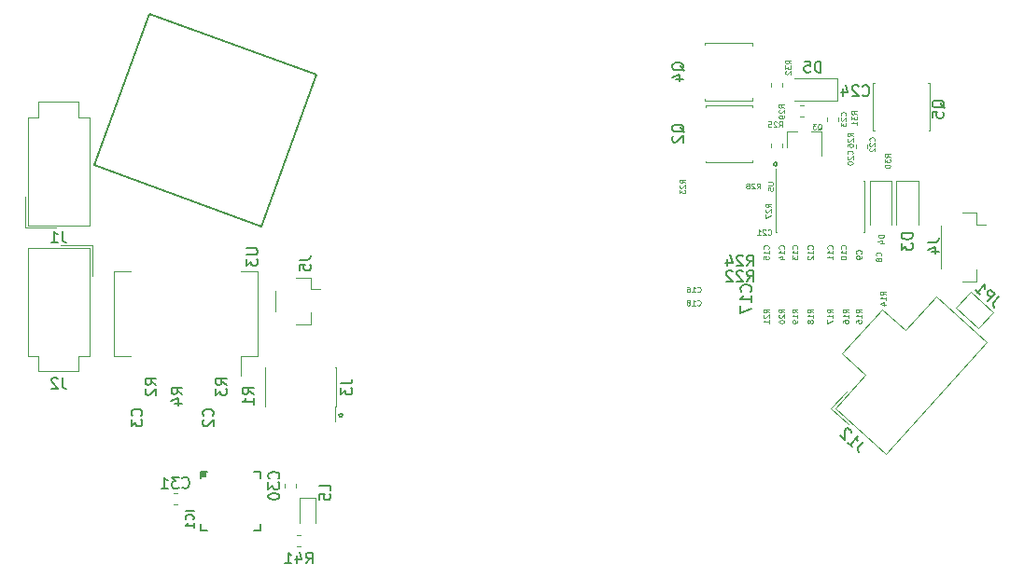
<source format=gbo>
G04 #@! TF.GenerationSoftware,KiCad,Pcbnew,6.0.0-unknown-becd6a6~86~ubuntu18.04.1*
G04 #@! TF.CreationDate,2019-07-08T11:58:21-06:00*
G04 #@! TF.ProjectId,main_board_onion,6d61696e-5f62-46f6-9172-645f6f6e696f,rev?*
G04 #@! TF.SameCoordinates,Original*
G04 #@! TF.FileFunction,Legend,Bot*
G04 #@! TF.FilePolarity,Positive*
%FSLAX46Y46*%
G04 Gerber Fmt 4.6, Leading zero omitted, Abs format (unit mm)*
G04 Created by KiCad (PCBNEW 6.0.0-unknown-becd6a6~86~ubuntu18.04.1) date 2019-07-08 11:58:21*
%MOMM*%
%LPD*%
G04 APERTURE LIST*
%ADD10C,0.150000*%
%ADD11C,0.120000*%
%ADD12C,0.100000*%
%ADD13C,0.127000*%
%ADD14C,0.125000*%
%ADD15C,0.138988*%
G04 APERTURE END LIST*
D10*
X173200000Y-83052380D02*
X173295238Y-83100000D01*
X173342857Y-83195238D01*
X173295238Y-83290476D01*
X173200000Y-83338095D01*
X173104761Y-83290476D01*
X173057142Y-83195238D01*
X173104761Y-83100000D01*
X173200000Y-83052380D01*
X133800000Y-105852380D02*
X133895238Y-105900000D01*
X133942857Y-105995238D01*
X133895238Y-106090476D01*
X133800000Y-106138095D01*
X133704761Y-106090476D01*
X133657142Y-105995238D01*
X133704761Y-105900000D01*
X133800000Y-105852380D01*
D11*
X126960000Y-101685000D02*
X126895000Y-101685000D01*
X126960000Y-105215000D02*
X126895000Y-105215000D01*
X133365000Y-101685000D02*
X133300000Y-101685000D01*
X133365000Y-105215000D02*
X133300000Y-105215000D01*
X133300000Y-106540000D02*
X133300000Y-105215000D01*
X126895000Y-105215000D02*
X126895000Y-101685000D01*
X133365000Y-105215000D02*
X133365000Y-101685000D01*
X130162779Y-116890000D02*
X129837221Y-116890000D01*
X130162779Y-117910000D02*
X129837221Y-117910000D01*
X130065000Y-115800000D02*
X130065000Y-113515000D01*
X130065000Y-113515000D02*
X131535000Y-113515000D01*
X131535000Y-113515000D02*
X131535000Y-115800000D01*
X118950279Y-113090000D02*
X118624721Y-113090000D01*
X118950279Y-114110000D02*
X118624721Y-114110000D01*
X128690000Y-112237221D02*
X128690000Y-112562779D01*
X129710000Y-112237221D02*
X129710000Y-112562779D01*
X129760000Y-93490000D02*
X131060000Y-93490000D01*
X131060000Y-93490000D02*
X131060000Y-94540000D01*
X131060000Y-94540000D02*
X131900000Y-94540000D01*
X129760000Y-97710000D02*
X131060000Y-97710000D01*
X131060000Y-97710000D02*
X131060000Y-96660000D01*
X127840000Y-94660000D02*
X127840000Y-96540000D01*
X190160000Y-87600000D02*
X191460000Y-87600000D01*
X191460000Y-87600000D02*
X191460000Y-88650000D01*
X191460000Y-88650000D02*
X192300000Y-88650000D01*
X190160000Y-93820000D02*
X191460000Y-93820000D01*
X191460000Y-93820000D02*
X191460000Y-92770000D01*
X188240000Y-88770000D02*
X188240000Y-92650000D01*
D12*
G36*
X121600000Y-111100000D02*
G01*
X121600000Y-111600000D01*
X121100000Y-111600000D01*
X121100000Y-111100000D01*
X121600000Y-111100000D01*
G37*
D13*
X126500000Y-116500000D02*
X126500000Y-115900000D01*
X125900000Y-116500000D02*
X126500000Y-116500000D01*
X126500000Y-111100000D02*
X126500000Y-111700000D01*
X125900000Y-111100000D02*
X126500000Y-111100000D01*
X121100000Y-116500000D02*
X121700000Y-116500000D01*
X121100000Y-115900000D02*
X121100000Y-116500000D01*
X121100000Y-111100000D02*
X121700000Y-111100000D01*
X121100000Y-111700000D02*
X121100000Y-111100000D01*
D10*
X131571073Y-75097762D02*
X126577579Y-88817274D01*
X126577579Y-88817274D02*
X111448527Y-83310750D01*
X111448527Y-83310750D02*
X116442021Y-69591238D01*
X116442021Y-69591238D02*
X131571073Y-75097762D01*
D11*
X173225000Y-89325000D02*
X173332500Y-89325000D01*
X181275000Y-89325000D02*
X181167500Y-89325000D01*
X181275000Y-84675000D02*
X181167500Y-84675000D01*
X173225000Y-83600000D02*
X173225000Y-89325000D01*
X181275000Y-84675000D02*
X181275000Y-89325000D01*
X113240000Y-96750000D02*
X113240000Y-92890000D01*
X113240000Y-92890000D02*
X114745000Y-92890000D01*
X113240000Y-96750000D02*
X113240000Y-100610000D01*
X113240000Y-100610000D02*
X114745000Y-100610000D01*
X126260000Y-96750000D02*
X126260000Y-92890000D01*
X126260000Y-92890000D02*
X124755000Y-92890000D01*
X126260000Y-96750000D02*
X126260000Y-100610000D01*
X126260000Y-100610000D02*
X124755000Y-100610000D01*
X124755000Y-100610000D02*
X124755000Y-102425000D01*
X172790000Y-75849721D02*
X172790000Y-76175279D01*
X173810000Y-75849721D02*
X173810000Y-76175279D01*
X175762779Y-78910000D02*
X175437221Y-78910000D01*
X175762779Y-77890000D02*
X175437221Y-77890000D01*
X172790000Y-81675279D02*
X172790000Y-81349721D01*
X173810000Y-81675279D02*
X173810000Y-81349721D01*
X187050000Y-75850000D02*
X187250000Y-75850000D01*
X187250000Y-75850000D02*
X187250000Y-80150000D01*
X187250000Y-80150000D02*
X187100000Y-80150000D01*
X182200000Y-80150000D02*
X182050000Y-80150000D01*
X182050000Y-80150000D02*
X182050000Y-75850000D01*
X182050000Y-75850000D02*
X182250000Y-75850000D01*
X171115000Y-77200000D02*
X171115000Y-77400000D01*
X171115000Y-77400000D02*
X166815000Y-77400000D01*
X166815000Y-77400000D02*
X166815000Y-77250000D01*
X166815000Y-72350000D02*
X166815000Y-72200000D01*
X166815000Y-72200000D02*
X171115000Y-72200000D01*
X171115000Y-72200000D02*
X171115000Y-72400000D01*
X174220000Y-80240000D02*
X174220000Y-81700000D01*
X177380000Y-80240000D02*
X177380000Y-82400000D01*
X177380000Y-80240000D02*
X176450000Y-80240000D01*
X174220000Y-80240000D02*
X175150000Y-80240000D01*
X171150000Y-82850000D02*
X171150000Y-83050000D01*
X171150000Y-83050000D02*
X166850000Y-83050000D01*
X166850000Y-83050000D02*
X166850000Y-82900000D01*
X166850000Y-78000000D02*
X166850000Y-77850000D01*
X166850000Y-77850000D02*
X171150000Y-77850000D01*
X171150000Y-77850000D02*
X171150000Y-78050000D01*
X192992577Y-96628573D02*
X190911772Y-94755007D01*
X190911772Y-94755007D02*
X189573511Y-96241297D01*
X189573511Y-96241297D02*
X191654316Y-98114863D01*
X191654316Y-98114863D02*
X192992577Y-96628573D01*
X187828333Y-104444994D02*
X183258171Y-109520673D01*
X183258171Y-109520673D02*
X178650673Y-105372063D01*
X178650673Y-105372063D02*
X181407491Y-102310307D01*
X181407491Y-102310307D02*
X179282097Y-100396593D01*
X179282097Y-100396593D02*
X181095441Y-98382671D01*
X187828333Y-104444994D02*
X192398495Y-99369315D01*
X192398495Y-99369315D02*
X187790997Y-95220705D01*
X187790997Y-95220705D02*
X185034179Y-98282462D01*
X185034179Y-98282462D02*
X182908785Y-96368748D01*
X182908785Y-96368748D02*
X181095441Y-98382671D01*
X179824752Y-106832898D02*
X178226990Y-105394268D01*
X178226990Y-105394268D02*
X179652239Y-103811369D01*
X105154000Y-88976000D02*
X105154000Y-86126000D01*
X108004000Y-88976000D02*
X105154000Y-88976000D01*
X110014000Y-77516000D02*
X108204000Y-77516000D01*
X110014000Y-78916000D02*
X110014000Y-77516000D01*
X111014000Y-78916000D02*
X110014000Y-78916000D01*
X111014000Y-88736000D02*
X111014000Y-78916000D01*
X108204000Y-88736000D02*
X111014000Y-88736000D01*
X106394000Y-77516000D02*
X108204000Y-77516000D01*
X106394000Y-78916000D02*
X106394000Y-77516000D01*
X105394000Y-78916000D02*
X106394000Y-78916000D01*
X105394000Y-88736000D02*
X105394000Y-78916000D01*
X108204000Y-88736000D02*
X105394000Y-88736000D01*
X178850000Y-75400000D02*
X174950000Y-75400000D01*
X178850000Y-77400000D02*
X174950000Y-77400000D01*
X178850000Y-75400000D02*
X178850000Y-77400000D01*
X181750000Y-84750000D02*
X181750000Y-88650000D01*
X183750000Y-84750000D02*
X183750000Y-88650000D01*
X181750000Y-84750000D02*
X183750000Y-84750000D01*
X184200000Y-84750000D02*
X184200000Y-88650000D01*
X186200000Y-84750000D02*
X186200000Y-88650000D01*
X184200000Y-84750000D02*
X186200000Y-84750000D01*
X108204000Y-90772400D02*
X111014000Y-90772400D01*
X111014000Y-90772400D02*
X111014000Y-100592400D01*
X111014000Y-100592400D02*
X110014000Y-100592400D01*
X110014000Y-100592400D02*
X110014000Y-101992400D01*
X110014000Y-101992400D02*
X108204000Y-101992400D01*
X108204000Y-90772400D02*
X105394000Y-90772400D01*
X105394000Y-90772400D02*
X105394000Y-100592400D01*
X105394000Y-100592400D02*
X106394000Y-100592400D01*
X106394000Y-100592400D02*
X106394000Y-101992400D01*
X106394000Y-101992400D02*
X108204000Y-101992400D01*
X108404000Y-90532400D02*
X111254000Y-90532400D01*
X111254000Y-90532400D02*
X111254000Y-93382400D01*
X180490000Y-81762779D02*
X180490000Y-81437221D01*
X181510000Y-81762779D02*
X181510000Y-81437221D01*
X177890000Y-79275279D02*
X177890000Y-78949721D01*
X178910000Y-79275279D02*
X178910000Y-78949721D01*
D10*
X133817380Y-103116666D02*
X134531666Y-103116666D01*
X134674523Y-103069047D01*
X134769761Y-102973809D01*
X134817380Y-102830952D01*
X134817380Y-102735714D01*
X133817380Y-103497619D02*
X133817380Y-104116666D01*
X134198333Y-103783333D01*
X134198333Y-103926190D01*
X134245952Y-104021428D01*
X134293571Y-104069047D01*
X134388809Y-104116666D01*
X134626904Y-104116666D01*
X134722142Y-104069047D01*
X134769761Y-104021428D01*
X134817380Y-103926190D01*
X134817380Y-103640476D01*
X134769761Y-103545238D01*
X134722142Y-103497619D01*
D14*
X180626190Y-78678571D02*
X180388095Y-78511904D01*
X180626190Y-78392857D02*
X180126190Y-78392857D01*
X180126190Y-78583333D01*
X180150000Y-78630952D01*
X180173809Y-78654761D01*
X180221428Y-78678571D01*
X180292857Y-78678571D01*
X180340476Y-78654761D01*
X180364285Y-78630952D01*
X180388095Y-78583333D01*
X180388095Y-78392857D01*
X180126190Y-78845238D02*
X180126190Y-79154761D01*
X180316666Y-78988095D01*
X180316666Y-79059523D01*
X180340476Y-79107142D01*
X180364285Y-79130952D01*
X180411904Y-79154761D01*
X180530952Y-79154761D01*
X180578571Y-79130952D01*
X180602380Y-79107142D01*
X180626190Y-79059523D01*
X180626190Y-78916666D01*
X180602380Y-78869047D01*
X180578571Y-78845238D01*
X180626190Y-79630952D02*
X180626190Y-79345238D01*
X180626190Y-79488095D02*
X180126190Y-79488095D01*
X180197619Y-79440476D01*
X180245238Y-79392857D01*
X180269047Y-79345238D01*
X183626190Y-82563571D02*
X183388095Y-82396904D01*
X183626190Y-82277857D02*
X183126190Y-82277857D01*
X183126190Y-82468333D01*
X183150000Y-82515952D01*
X183173809Y-82539761D01*
X183221428Y-82563571D01*
X183292857Y-82563571D01*
X183340476Y-82539761D01*
X183364285Y-82515952D01*
X183388095Y-82468333D01*
X183388095Y-82277857D01*
X183126190Y-82730238D02*
X183126190Y-83039761D01*
X183316666Y-82873095D01*
X183316666Y-82944523D01*
X183340476Y-82992142D01*
X183364285Y-83015952D01*
X183411904Y-83039761D01*
X183530952Y-83039761D01*
X183578571Y-83015952D01*
X183602380Y-82992142D01*
X183626190Y-82944523D01*
X183626190Y-82801666D01*
X183602380Y-82754047D01*
X183578571Y-82730238D01*
X183126190Y-83349285D02*
X183126190Y-83396904D01*
X183150000Y-83444523D01*
X183173809Y-83468333D01*
X183221428Y-83492142D01*
X183316666Y-83515952D01*
X183435714Y-83515952D01*
X183530952Y-83492142D01*
X183578571Y-83468333D01*
X183602380Y-83444523D01*
X183626190Y-83396904D01*
X183626190Y-83349285D01*
X183602380Y-83301666D01*
X183578571Y-83277857D01*
X183530952Y-83254047D01*
X183435714Y-83230238D01*
X183316666Y-83230238D01*
X183221428Y-83254047D01*
X183173809Y-83277857D01*
X183150000Y-83301666D01*
X183126190Y-83349285D01*
X171521428Y-85426190D02*
X171688095Y-85188095D01*
X171807142Y-85426190D02*
X171807142Y-84926190D01*
X171616666Y-84926190D01*
X171569047Y-84950000D01*
X171545238Y-84973809D01*
X171521428Y-85021428D01*
X171521428Y-85092857D01*
X171545238Y-85140476D01*
X171569047Y-85164285D01*
X171616666Y-85188095D01*
X171807142Y-85188095D01*
X171330952Y-84973809D02*
X171307142Y-84950000D01*
X171259523Y-84926190D01*
X171140476Y-84926190D01*
X171092857Y-84950000D01*
X171069047Y-84973809D01*
X171045238Y-85021428D01*
X171045238Y-85069047D01*
X171069047Y-85140476D01*
X171354761Y-85426190D01*
X171045238Y-85426190D01*
X170759523Y-85140476D02*
X170807142Y-85116666D01*
X170830952Y-85092857D01*
X170854761Y-85045238D01*
X170854761Y-85021428D01*
X170830952Y-84973809D01*
X170807142Y-84950000D01*
X170759523Y-84926190D01*
X170664285Y-84926190D01*
X170616666Y-84950000D01*
X170592857Y-84973809D01*
X170569047Y-85021428D01*
X170569047Y-85045238D01*
X170592857Y-85092857D01*
X170616666Y-85116666D01*
X170664285Y-85140476D01*
X170759523Y-85140476D01*
X170807142Y-85164285D01*
X170830952Y-85188095D01*
X170854761Y-85235714D01*
X170854761Y-85330952D01*
X170830952Y-85378571D01*
X170807142Y-85402380D01*
X170759523Y-85426190D01*
X170664285Y-85426190D01*
X170616666Y-85402380D01*
X170592857Y-85378571D01*
X170569047Y-85330952D01*
X170569047Y-85235714D01*
X170592857Y-85188095D01*
X170616666Y-85164285D01*
X170664285Y-85140476D01*
X172826190Y-87078571D02*
X172588095Y-86911904D01*
X172826190Y-86792857D02*
X172326190Y-86792857D01*
X172326190Y-86983333D01*
X172350000Y-87030952D01*
X172373809Y-87054761D01*
X172421428Y-87078571D01*
X172492857Y-87078571D01*
X172540476Y-87054761D01*
X172564285Y-87030952D01*
X172588095Y-86983333D01*
X172588095Y-86792857D01*
X172373809Y-87269047D02*
X172350000Y-87292857D01*
X172326190Y-87340476D01*
X172326190Y-87459523D01*
X172350000Y-87507142D01*
X172373809Y-87530952D01*
X172421428Y-87554761D01*
X172469047Y-87554761D01*
X172540476Y-87530952D01*
X172826190Y-87245238D01*
X172826190Y-87554761D01*
X172326190Y-87721428D02*
X172326190Y-88054761D01*
X172826190Y-87840476D01*
X180226190Y-80678571D02*
X179988095Y-80511904D01*
X180226190Y-80392857D02*
X179726190Y-80392857D01*
X179726190Y-80583333D01*
X179750000Y-80630952D01*
X179773809Y-80654761D01*
X179821428Y-80678571D01*
X179892857Y-80678571D01*
X179940476Y-80654761D01*
X179964285Y-80630952D01*
X179988095Y-80583333D01*
X179988095Y-80392857D01*
X179773809Y-80869047D02*
X179750000Y-80892857D01*
X179726190Y-80940476D01*
X179726190Y-81059523D01*
X179750000Y-81107142D01*
X179773809Y-81130952D01*
X179821428Y-81154761D01*
X179869047Y-81154761D01*
X179940476Y-81130952D01*
X180226190Y-80845238D01*
X180226190Y-81154761D01*
X179726190Y-81583333D02*
X179726190Y-81488095D01*
X179750000Y-81440476D01*
X179773809Y-81416666D01*
X179845238Y-81369047D01*
X179940476Y-81345238D01*
X180130952Y-81345238D01*
X180178571Y-81369047D01*
X180202380Y-81392857D01*
X180226190Y-81440476D01*
X180226190Y-81535714D01*
X180202380Y-81583333D01*
X180178571Y-81607142D01*
X180130952Y-81630952D01*
X180011904Y-81630952D01*
X179964285Y-81607142D01*
X179940476Y-81583333D01*
X179916666Y-81535714D01*
X179916666Y-81440476D01*
X179940476Y-81392857D01*
X179964285Y-81369047D01*
X180011904Y-81345238D01*
D10*
X181127857Y-76927142D02*
X181175476Y-76974761D01*
X181318333Y-77022380D01*
X181413571Y-77022380D01*
X181556428Y-76974761D01*
X181651666Y-76879523D01*
X181699285Y-76784285D01*
X181746904Y-76593809D01*
X181746904Y-76450952D01*
X181699285Y-76260476D01*
X181651666Y-76165238D01*
X181556428Y-76070000D01*
X181413571Y-76022380D01*
X181318333Y-76022380D01*
X181175476Y-76070000D01*
X181127857Y-76117619D01*
X180746904Y-76117619D02*
X180699285Y-76070000D01*
X180604047Y-76022380D01*
X180365952Y-76022380D01*
X180270714Y-76070000D01*
X180223095Y-76117619D01*
X180175476Y-76212857D01*
X180175476Y-76308095D01*
X180223095Y-76450952D01*
X180794523Y-77022380D01*
X180175476Y-77022380D01*
X179318333Y-76355714D02*
X179318333Y-77022380D01*
X179556428Y-75974761D02*
X179794523Y-76689047D01*
X179175476Y-76689047D01*
D14*
X172521428Y-89578571D02*
X172545238Y-89602380D01*
X172616666Y-89626190D01*
X172664285Y-89626190D01*
X172735714Y-89602380D01*
X172783333Y-89554761D01*
X172807142Y-89507142D01*
X172830952Y-89411904D01*
X172830952Y-89340476D01*
X172807142Y-89245238D01*
X172783333Y-89197619D01*
X172735714Y-89150000D01*
X172664285Y-89126190D01*
X172616666Y-89126190D01*
X172545238Y-89150000D01*
X172521428Y-89173809D01*
X172330952Y-89173809D02*
X172307142Y-89150000D01*
X172259523Y-89126190D01*
X172140476Y-89126190D01*
X172092857Y-89150000D01*
X172069047Y-89173809D01*
X172045238Y-89221428D01*
X172045238Y-89269047D01*
X172069047Y-89340476D01*
X172354761Y-89626190D01*
X172045238Y-89626190D01*
X171569047Y-89626190D02*
X171854761Y-89626190D01*
X171711904Y-89626190D02*
X171711904Y-89126190D01*
X171759523Y-89197619D01*
X171807142Y-89245238D01*
X171854761Y-89269047D01*
X180178571Y-82278571D02*
X180202380Y-82254761D01*
X180226190Y-82183333D01*
X180226190Y-82135714D01*
X180202380Y-82064285D01*
X180154761Y-82016666D01*
X180107142Y-81992857D01*
X180011904Y-81969047D01*
X179940476Y-81969047D01*
X179845238Y-81992857D01*
X179797619Y-82016666D01*
X179750000Y-82064285D01*
X179726190Y-82135714D01*
X179726190Y-82183333D01*
X179750000Y-82254761D01*
X179773809Y-82278571D01*
X179773809Y-82469047D02*
X179750000Y-82492857D01*
X179726190Y-82540476D01*
X179726190Y-82659523D01*
X179750000Y-82707142D01*
X179773809Y-82730952D01*
X179821428Y-82754761D01*
X179869047Y-82754761D01*
X179940476Y-82730952D01*
X180226190Y-82445238D01*
X180226190Y-82754761D01*
X179726190Y-83064285D02*
X179726190Y-83111904D01*
X179750000Y-83159523D01*
X179773809Y-83183333D01*
X179821428Y-83207142D01*
X179916666Y-83230952D01*
X180035714Y-83230952D01*
X180130952Y-83207142D01*
X180178571Y-83183333D01*
X180202380Y-83159523D01*
X180226190Y-83111904D01*
X180226190Y-83064285D01*
X180202380Y-83016666D01*
X180178571Y-82992857D01*
X180130952Y-82969047D01*
X180035714Y-82945238D01*
X179916666Y-82945238D01*
X179821428Y-82969047D01*
X179773809Y-82992857D01*
X179750000Y-83016666D01*
X179726190Y-83064285D01*
D10*
X170642857Y-92452380D02*
X170976190Y-91976190D01*
X171214285Y-92452380D02*
X171214285Y-91452380D01*
X170833333Y-91452380D01*
X170738095Y-91500000D01*
X170690476Y-91547619D01*
X170642857Y-91642857D01*
X170642857Y-91785714D01*
X170690476Y-91880952D01*
X170738095Y-91928571D01*
X170833333Y-91976190D01*
X171214285Y-91976190D01*
X170261904Y-91547619D02*
X170214285Y-91500000D01*
X170119047Y-91452380D01*
X169880952Y-91452380D01*
X169785714Y-91500000D01*
X169738095Y-91547619D01*
X169690476Y-91642857D01*
X169690476Y-91738095D01*
X169738095Y-91880952D01*
X170309523Y-92452380D01*
X169690476Y-92452380D01*
X168833333Y-91785714D02*
X168833333Y-92452380D01*
X169071428Y-91404761D02*
X169309523Y-92119047D01*
X168690476Y-92119047D01*
X170642857Y-93852380D02*
X170976190Y-93376190D01*
X171214285Y-93852380D02*
X171214285Y-92852380D01*
X170833333Y-92852380D01*
X170738095Y-92900000D01*
X170690476Y-92947619D01*
X170642857Y-93042857D01*
X170642857Y-93185714D01*
X170690476Y-93280952D01*
X170738095Y-93328571D01*
X170833333Y-93376190D01*
X171214285Y-93376190D01*
X170261904Y-92947619D02*
X170214285Y-92900000D01*
X170119047Y-92852380D01*
X169880952Y-92852380D01*
X169785714Y-92900000D01*
X169738095Y-92947619D01*
X169690476Y-93042857D01*
X169690476Y-93138095D01*
X169738095Y-93280952D01*
X170309523Y-93852380D01*
X169690476Y-93852380D01*
X169309523Y-92947619D02*
X169261904Y-92900000D01*
X169166666Y-92852380D01*
X168928571Y-92852380D01*
X168833333Y-92900000D01*
X168785714Y-92947619D01*
X168738095Y-93042857D01*
X168738095Y-93138095D01*
X168785714Y-93280952D01*
X169357142Y-93852380D01*
X168738095Y-93852380D01*
D14*
X166121428Y-95978571D02*
X166145238Y-96002380D01*
X166216666Y-96026190D01*
X166264285Y-96026190D01*
X166335714Y-96002380D01*
X166383333Y-95954761D01*
X166407142Y-95907142D01*
X166430952Y-95811904D01*
X166430952Y-95740476D01*
X166407142Y-95645238D01*
X166383333Y-95597619D01*
X166335714Y-95550000D01*
X166264285Y-95526190D01*
X166216666Y-95526190D01*
X166145238Y-95550000D01*
X166121428Y-95573809D01*
X165645238Y-96026190D02*
X165930952Y-96026190D01*
X165788095Y-96026190D02*
X165788095Y-95526190D01*
X165835714Y-95597619D01*
X165883333Y-95645238D01*
X165930952Y-95669047D01*
X165359523Y-95740476D02*
X165407142Y-95716666D01*
X165430952Y-95692857D01*
X165454761Y-95645238D01*
X165454761Y-95621428D01*
X165430952Y-95573809D01*
X165407142Y-95550000D01*
X165359523Y-95526190D01*
X165264285Y-95526190D01*
X165216666Y-95550000D01*
X165192857Y-95573809D01*
X165169047Y-95621428D01*
X165169047Y-95645238D01*
X165192857Y-95692857D01*
X165216666Y-95716666D01*
X165264285Y-95740476D01*
X165359523Y-95740476D01*
X165407142Y-95764285D01*
X165430952Y-95788095D01*
X165454761Y-95835714D01*
X165454761Y-95930952D01*
X165430952Y-95978571D01*
X165407142Y-96002380D01*
X165359523Y-96026190D01*
X165264285Y-96026190D01*
X165216666Y-96002380D01*
X165192857Y-95978571D01*
X165169047Y-95930952D01*
X165169047Y-95835714D01*
X165192857Y-95788095D01*
X165216666Y-95764285D01*
X165264285Y-95740476D01*
D10*
X170957142Y-94757142D02*
X171004761Y-94709523D01*
X171052380Y-94566666D01*
X171052380Y-94471428D01*
X171004761Y-94328571D01*
X170909523Y-94233333D01*
X170814285Y-94185714D01*
X170623809Y-94138095D01*
X170480952Y-94138095D01*
X170290476Y-94185714D01*
X170195238Y-94233333D01*
X170100000Y-94328571D01*
X170052380Y-94471428D01*
X170052380Y-94566666D01*
X170100000Y-94709523D01*
X170147619Y-94757142D01*
X171052380Y-95709523D02*
X171052380Y-95138095D01*
X171052380Y-95423809D02*
X170052380Y-95423809D01*
X170195238Y-95328571D01*
X170290476Y-95233333D01*
X170338095Y-95138095D01*
X170052380Y-96042857D02*
X170052380Y-96709523D01*
X171052380Y-96280952D01*
D14*
X166121428Y-94778571D02*
X166145238Y-94802380D01*
X166216666Y-94826190D01*
X166264285Y-94826190D01*
X166335714Y-94802380D01*
X166383333Y-94754761D01*
X166407142Y-94707142D01*
X166430952Y-94611904D01*
X166430952Y-94540476D01*
X166407142Y-94445238D01*
X166383333Y-94397619D01*
X166335714Y-94350000D01*
X166264285Y-94326190D01*
X166216666Y-94326190D01*
X166145238Y-94350000D01*
X166121428Y-94373809D01*
X165645238Y-94826190D02*
X165930952Y-94826190D01*
X165788095Y-94826190D02*
X165788095Y-94326190D01*
X165835714Y-94397619D01*
X165883333Y-94445238D01*
X165930952Y-94469047D01*
X165216666Y-94326190D02*
X165311904Y-94326190D01*
X165359523Y-94350000D01*
X165383333Y-94373809D01*
X165430952Y-94445238D01*
X165454761Y-94540476D01*
X165454761Y-94730952D01*
X165430952Y-94778571D01*
X165407142Y-94802380D01*
X165359523Y-94826190D01*
X165264285Y-94826190D01*
X165216666Y-94802380D01*
X165192857Y-94778571D01*
X165169047Y-94730952D01*
X165169047Y-94611904D01*
X165192857Y-94564285D01*
X165216666Y-94540476D01*
X165264285Y-94516666D01*
X165359523Y-94516666D01*
X165407142Y-94540476D01*
X165430952Y-94564285D01*
X165454761Y-94611904D01*
X172626190Y-96678571D02*
X172388095Y-96511904D01*
X172626190Y-96392857D02*
X172126190Y-96392857D01*
X172126190Y-96583333D01*
X172150000Y-96630952D01*
X172173809Y-96654761D01*
X172221428Y-96678571D01*
X172292857Y-96678571D01*
X172340476Y-96654761D01*
X172364285Y-96630952D01*
X172388095Y-96583333D01*
X172388095Y-96392857D01*
X172173809Y-96869047D02*
X172150000Y-96892857D01*
X172126190Y-96940476D01*
X172126190Y-97059523D01*
X172150000Y-97107142D01*
X172173809Y-97130952D01*
X172221428Y-97154761D01*
X172269047Y-97154761D01*
X172340476Y-97130952D01*
X172626190Y-96845238D01*
X172626190Y-97154761D01*
X172626190Y-97630952D02*
X172626190Y-97345238D01*
X172626190Y-97488095D02*
X172126190Y-97488095D01*
X172197619Y-97440476D01*
X172245238Y-97392857D01*
X172269047Y-97345238D01*
X174026190Y-96678571D02*
X173788095Y-96511904D01*
X174026190Y-96392857D02*
X173526190Y-96392857D01*
X173526190Y-96583333D01*
X173550000Y-96630952D01*
X173573809Y-96654761D01*
X173621428Y-96678571D01*
X173692857Y-96678571D01*
X173740476Y-96654761D01*
X173764285Y-96630952D01*
X173788095Y-96583333D01*
X173788095Y-96392857D01*
X173573809Y-96869047D02*
X173550000Y-96892857D01*
X173526190Y-96940476D01*
X173526190Y-97059523D01*
X173550000Y-97107142D01*
X173573809Y-97130952D01*
X173621428Y-97154761D01*
X173669047Y-97154761D01*
X173740476Y-97130952D01*
X174026190Y-96845238D01*
X174026190Y-97154761D01*
X173526190Y-97464285D02*
X173526190Y-97511904D01*
X173550000Y-97559523D01*
X173573809Y-97583333D01*
X173621428Y-97607142D01*
X173716666Y-97630952D01*
X173835714Y-97630952D01*
X173930952Y-97607142D01*
X173978571Y-97583333D01*
X174002380Y-97559523D01*
X174026190Y-97511904D01*
X174026190Y-97464285D01*
X174002380Y-97416666D01*
X173978571Y-97392857D01*
X173930952Y-97369047D01*
X173835714Y-97345238D01*
X173716666Y-97345238D01*
X173621428Y-97369047D01*
X173573809Y-97392857D01*
X173550000Y-97416666D01*
X173526190Y-97464285D01*
X175226190Y-96678571D02*
X174988095Y-96511904D01*
X175226190Y-96392857D02*
X174726190Y-96392857D01*
X174726190Y-96583333D01*
X174750000Y-96630952D01*
X174773809Y-96654761D01*
X174821428Y-96678571D01*
X174892857Y-96678571D01*
X174940476Y-96654761D01*
X174964285Y-96630952D01*
X174988095Y-96583333D01*
X174988095Y-96392857D01*
X175226190Y-97154761D02*
X175226190Y-96869047D01*
X175226190Y-97011904D02*
X174726190Y-97011904D01*
X174797619Y-96964285D01*
X174845238Y-96916666D01*
X174869047Y-96869047D01*
X175226190Y-97392857D02*
X175226190Y-97488095D01*
X175202380Y-97535714D01*
X175178571Y-97559523D01*
X175107142Y-97607142D01*
X175011904Y-97630952D01*
X174821428Y-97630952D01*
X174773809Y-97607142D01*
X174750000Y-97583333D01*
X174726190Y-97535714D01*
X174726190Y-97440476D01*
X174750000Y-97392857D01*
X174773809Y-97369047D01*
X174821428Y-97345238D01*
X174940476Y-97345238D01*
X174988095Y-97369047D01*
X175011904Y-97392857D01*
X175035714Y-97440476D01*
X175035714Y-97535714D01*
X175011904Y-97583333D01*
X174988095Y-97607142D01*
X174940476Y-97630952D01*
X176626190Y-96678571D02*
X176388095Y-96511904D01*
X176626190Y-96392857D02*
X176126190Y-96392857D01*
X176126190Y-96583333D01*
X176150000Y-96630952D01*
X176173809Y-96654761D01*
X176221428Y-96678571D01*
X176292857Y-96678571D01*
X176340476Y-96654761D01*
X176364285Y-96630952D01*
X176388095Y-96583333D01*
X176388095Y-96392857D01*
X176626190Y-97154761D02*
X176626190Y-96869047D01*
X176626190Y-97011904D02*
X176126190Y-97011904D01*
X176197619Y-96964285D01*
X176245238Y-96916666D01*
X176269047Y-96869047D01*
X176340476Y-97440476D02*
X176316666Y-97392857D01*
X176292857Y-97369047D01*
X176245238Y-97345238D01*
X176221428Y-97345238D01*
X176173809Y-97369047D01*
X176150000Y-97392857D01*
X176126190Y-97440476D01*
X176126190Y-97535714D01*
X176150000Y-97583333D01*
X176173809Y-97607142D01*
X176221428Y-97630952D01*
X176245238Y-97630952D01*
X176292857Y-97607142D01*
X176316666Y-97583333D01*
X176340476Y-97535714D01*
X176340476Y-97440476D01*
X176364285Y-97392857D01*
X176388095Y-97369047D01*
X176435714Y-97345238D01*
X176530952Y-97345238D01*
X176578571Y-97369047D01*
X176602380Y-97392857D01*
X176626190Y-97440476D01*
X176626190Y-97535714D01*
X176602380Y-97583333D01*
X176578571Y-97607142D01*
X176530952Y-97630952D01*
X176435714Y-97630952D01*
X176388095Y-97607142D01*
X176364285Y-97583333D01*
X176340476Y-97535714D01*
X178426190Y-96678571D02*
X178188095Y-96511904D01*
X178426190Y-96392857D02*
X177926190Y-96392857D01*
X177926190Y-96583333D01*
X177950000Y-96630952D01*
X177973809Y-96654761D01*
X178021428Y-96678571D01*
X178092857Y-96678571D01*
X178140476Y-96654761D01*
X178164285Y-96630952D01*
X178188095Y-96583333D01*
X178188095Y-96392857D01*
X178426190Y-97154761D02*
X178426190Y-96869047D01*
X178426190Y-97011904D02*
X177926190Y-97011904D01*
X177997619Y-96964285D01*
X178045238Y-96916666D01*
X178069047Y-96869047D01*
X177926190Y-97321428D02*
X177926190Y-97654761D01*
X178426190Y-97440476D01*
X179826190Y-96678571D02*
X179588095Y-96511904D01*
X179826190Y-96392857D02*
X179326190Y-96392857D01*
X179326190Y-96583333D01*
X179350000Y-96630952D01*
X179373809Y-96654761D01*
X179421428Y-96678571D01*
X179492857Y-96678571D01*
X179540476Y-96654761D01*
X179564285Y-96630952D01*
X179588095Y-96583333D01*
X179588095Y-96392857D01*
X179826190Y-97154761D02*
X179826190Y-96869047D01*
X179826190Y-97011904D02*
X179326190Y-97011904D01*
X179397619Y-96964285D01*
X179445238Y-96916666D01*
X179469047Y-96869047D01*
X179326190Y-97583333D02*
X179326190Y-97488095D01*
X179350000Y-97440476D01*
X179373809Y-97416666D01*
X179445238Y-97369047D01*
X179540476Y-97345238D01*
X179730952Y-97345238D01*
X179778571Y-97369047D01*
X179802380Y-97392857D01*
X179826190Y-97440476D01*
X179826190Y-97535714D01*
X179802380Y-97583333D01*
X179778571Y-97607142D01*
X179730952Y-97630952D01*
X179611904Y-97630952D01*
X179564285Y-97607142D01*
X179540476Y-97583333D01*
X179516666Y-97535714D01*
X179516666Y-97440476D01*
X179540476Y-97392857D01*
X179564285Y-97369047D01*
X179611904Y-97345238D01*
X181026190Y-96678571D02*
X180788095Y-96511904D01*
X181026190Y-96392857D02*
X180526190Y-96392857D01*
X180526190Y-96583333D01*
X180550000Y-96630952D01*
X180573809Y-96654761D01*
X180621428Y-96678571D01*
X180692857Y-96678571D01*
X180740476Y-96654761D01*
X180764285Y-96630952D01*
X180788095Y-96583333D01*
X180788095Y-96392857D01*
X181026190Y-97154761D02*
X181026190Y-96869047D01*
X181026190Y-97011904D02*
X180526190Y-97011904D01*
X180597619Y-96964285D01*
X180645238Y-96916666D01*
X180669047Y-96869047D01*
X180526190Y-97607142D02*
X180526190Y-97369047D01*
X180764285Y-97345238D01*
X180740476Y-97369047D01*
X180716666Y-97416666D01*
X180716666Y-97535714D01*
X180740476Y-97583333D01*
X180764285Y-97607142D01*
X180811904Y-97630952D01*
X180930952Y-97630952D01*
X180978571Y-97607142D01*
X181002380Y-97583333D01*
X181026190Y-97535714D01*
X181026190Y-97416666D01*
X181002380Y-97369047D01*
X180978571Y-97345238D01*
X183226190Y-95078571D02*
X182988095Y-94911904D01*
X183226190Y-94792857D02*
X182726190Y-94792857D01*
X182726190Y-94983333D01*
X182750000Y-95030952D01*
X182773809Y-95054761D01*
X182821428Y-95078571D01*
X182892857Y-95078571D01*
X182940476Y-95054761D01*
X182964285Y-95030952D01*
X182988095Y-94983333D01*
X182988095Y-94792857D01*
X183226190Y-95554761D02*
X183226190Y-95269047D01*
X183226190Y-95411904D02*
X182726190Y-95411904D01*
X182797619Y-95364285D01*
X182845238Y-95316666D01*
X182869047Y-95269047D01*
X182892857Y-95983333D02*
X183226190Y-95983333D01*
X182702380Y-95864285D02*
X183059523Y-95745238D01*
X183059523Y-96054761D01*
X172578571Y-90878571D02*
X172602380Y-90854761D01*
X172626190Y-90783333D01*
X172626190Y-90735714D01*
X172602380Y-90664285D01*
X172554761Y-90616666D01*
X172507142Y-90592857D01*
X172411904Y-90569047D01*
X172340476Y-90569047D01*
X172245238Y-90592857D01*
X172197619Y-90616666D01*
X172150000Y-90664285D01*
X172126190Y-90735714D01*
X172126190Y-90783333D01*
X172150000Y-90854761D01*
X172173809Y-90878571D01*
X172626190Y-91354761D02*
X172626190Y-91069047D01*
X172626190Y-91211904D02*
X172126190Y-91211904D01*
X172197619Y-91164285D01*
X172245238Y-91116666D01*
X172269047Y-91069047D01*
X172126190Y-91807142D02*
X172126190Y-91569047D01*
X172364285Y-91545238D01*
X172340476Y-91569047D01*
X172316666Y-91616666D01*
X172316666Y-91735714D01*
X172340476Y-91783333D01*
X172364285Y-91807142D01*
X172411904Y-91830952D01*
X172530952Y-91830952D01*
X172578571Y-91807142D01*
X172602380Y-91783333D01*
X172626190Y-91735714D01*
X172626190Y-91616666D01*
X172602380Y-91569047D01*
X172578571Y-91545238D01*
X173978571Y-90878571D02*
X174002380Y-90854761D01*
X174026190Y-90783333D01*
X174026190Y-90735714D01*
X174002380Y-90664285D01*
X173954761Y-90616666D01*
X173907142Y-90592857D01*
X173811904Y-90569047D01*
X173740476Y-90569047D01*
X173645238Y-90592857D01*
X173597619Y-90616666D01*
X173550000Y-90664285D01*
X173526190Y-90735714D01*
X173526190Y-90783333D01*
X173550000Y-90854761D01*
X173573809Y-90878571D01*
X174026190Y-91354761D02*
X174026190Y-91069047D01*
X174026190Y-91211904D02*
X173526190Y-91211904D01*
X173597619Y-91164285D01*
X173645238Y-91116666D01*
X173669047Y-91069047D01*
X173692857Y-91783333D02*
X174026190Y-91783333D01*
X173502380Y-91664285D02*
X173859523Y-91545238D01*
X173859523Y-91854761D01*
X175178571Y-90878571D02*
X175202380Y-90854761D01*
X175226190Y-90783333D01*
X175226190Y-90735714D01*
X175202380Y-90664285D01*
X175154761Y-90616666D01*
X175107142Y-90592857D01*
X175011904Y-90569047D01*
X174940476Y-90569047D01*
X174845238Y-90592857D01*
X174797619Y-90616666D01*
X174750000Y-90664285D01*
X174726190Y-90735714D01*
X174726190Y-90783333D01*
X174750000Y-90854761D01*
X174773809Y-90878571D01*
X175226190Y-91354761D02*
X175226190Y-91069047D01*
X175226190Y-91211904D02*
X174726190Y-91211904D01*
X174797619Y-91164285D01*
X174845238Y-91116666D01*
X174869047Y-91069047D01*
X174726190Y-91521428D02*
X174726190Y-91830952D01*
X174916666Y-91664285D01*
X174916666Y-91735714D01*
X174940476Y-91783333D01*
X174964285Y-91807142D01*
X175011904Y-91830952D01*
X175130952Y-91830952D01*
X175178571Y-91807142D01*
X175202380Y-91783333D01*
X175226190Y-91735714D01*
X175226190Y-91592857D01*
X175202380Y-91545238D01*
X175178571Y-91521428D01*
X176578571Y-90878571D02*
X176602380Y-90854761D01*
X176626190Y-90783333D01*
X176626190Y-90735714D01*
X176602380Y-90664285D01*
X176554761Y-90616666D01*
X176507142Y-90592857D01*
X176411904Y-90569047D01*
X176340476Y-90569047D01*
X176245238Y-90592857D01*
X176197619Y-90616666D01*
X176150000Y-90664285D01*
X176126190Y-90735714D01*
X176126190Y-90783333D01*
X176150000Y-90854761D01*
X176173809Y-90878571D01*
X176626190Y-91354761D02*
X176626190Y-91069047D01*
X176626190Y-91211904D02*
X176126190Y-91211904D01*
X176197619Y-91164285D01*
X176245238Y-91116666D01*
X176269047Y-91069047D01*
X176173809Y-91545238D02*
X176150000Y-91569047D01*
X176126190Y-91616666D01*
X176126190Y-91735714D01*
X176150000Y-91783333D01*
X176173809Y-91807142D01*
X176221428Y-91830952D01*
X176269047Y-91830952D01*
X176340476Y-91807142D01*
X176626190Y-91521428D01*
X176626190Y-91830952D01*
X178378571Y-90878571D02*
X178402380Y-90854761D01*
X178426190Y-90783333D01*
X178426190Y-90735714D01*
X178402380Y-90664285D01*
X178354761Y-90616666D01*
X178307142Y-90592857D01*
X178211904Y-90569047D01*
X178140476Y-90569047D01*
X178045238Y-90592857D01*
X177997619Y-90616666D01*
X177950000Y-90664285D01*
X177926190Y-90735714D01*
X177926190Y-90783333D01*
X177950000Y-90854761D01*
X177973809Y-90878571D01*
X178426190Y-91354761D02*
X178426190Y-91069047D01*
X178426190Y-91211904D02*
X177926190Y-91211904D01*
X177997619Y-91164285D01*
X178045238Y-91116666D01*
X178069047Y-91069047D01*
X178426190Y-91830952D02*
X178426190Y-91545238D01*
X178426190Y-91688095D02*
X177926190Y-91688095D01*
X177997619Y-91640476D01*
X178045238Y-91592857D01*
X178069047Y-91545238D01*
X179578571Y-90878571D02*
X179602380Y-90854761D01*
X179626190Y-90783333D01*
X179626190Y-90735714D01*
X179602380Y-90664285D01*
X179554761Y-90616666D01*
X179507142Y-90592857D01*
X179411904Y-90569047D01*
X179340476Y-90569047D01*
X179245238Y-90592857D01*
X179197619Y-90616666D01*
X179150000Y-90664285D01*
X179126190Y-90735714D01*
X179126190Y-90783333D01*
X179150000Y-90854761D01*
X179173809Y-90878571D01*
X179626190Y-91354761D02*
X179626190Y-91069047D01*
X179626190Y-91211904D02*
X179126190Y-91211904D01*
X179197619Y-91164285D01*
X179245238Y-91116666D01*
X179269047Y-91069047D01*
X179126190Y-91664285D02*
X179126190Y-91711904D01*
X179150000Y-91759523D01*
X179173809Y-91783333D01*
X179221428Y-91807142D01*
X179316666Y-91830952D01*
X179435714Y-91830952D01*
X179530952Y-91807142D01*
X179578571Y-91783333D01*
X179602380Y-91759523D01*
X179626190Y-91711904D01*
X179626190Y-91664285D01*
X179602380Y-91616666D01*
X179578571Y-91592857D01*
X179530952Y-91569047D01*
X179435714Y-91545238D01*
X179316666Y-91545238D01*
X179221428Y-91569047D01*
X179173809Y-91592857D01*
X179150000Y-91616666D01*
X179126190Y-91664285D01*
X180978571Y-91316666D02*
X181002380Y-91292857D01*
X181026190Y-91221428D01*
X181026190Y-91173809D01*
X181002380Y-91102380D01*
X180954761Y-91054761D01*
X180907142Y-91030952D01*
X180811904Y-91007142D01*
X180740476Y-91007142D01*
X180645238Y-91030952D01*
X180597619Y-91054761D01*
X180550000Y-91102380D01*
X180526190Y-91173809D01*
X180526190Y-91221428D01*
X180550000Y-91292857D01*
X180573809Y-91316666D01*
X181026190Y-91554761D02*
X181026190Y-91650000D01*
X181002380Y-91697619D01*
X180978571Y-91721428D01*
X180907142Y-91769047D01*
X180811904Y-91792857D01*
X180621428Y-91792857D01*
X180573809Y-91769047D01*
X180550000Y-91745238D01*
X180526190Y-91697619D01*
X180526190Y-91602380D01*
X180550000Y-91554761D01*
X180573809Y-91530952D01*
X180621428Y-91507142D01*
X180740476Y-91507142D01*
X180788095Y-91530952D01*
X180811904Y-91554761D01*
X180835714Y-91602380D01*
X180835714Y-91697619D01*
X180811904Y-91745238D01*
X180788095Y-91769047D01*
X180740476Y-91792857D01*
X182778571Y-91516666D02*
X182802380Y-91492857D01*
X182826190Y-91421428D01*
X182826190Y-91373809D01*
X182802380Y-91302380D01*
X182754761Y-91254761D01*
X182707142Y-91230952D01*
X182611904Y-91207142D01*
X182540476Y-91207142D01*
X182445238Y-91230952D01*
X182397619Y-91254761D01*
X182350000Y-91302380D01*
X182326190Y-91373809D01*
X182326190Y-91421428D01*
X182350000Y-91492857D01*
X182373809Y-91516666D01*
X182540476Y-91802380D02*
X182516666Y-91754761D01*
X182492857Y-91730952D01*
X182445238Y-91707142D01*
X182421428Y-91707142D01*
X182373809Y-91730952D01*
X182350000Y-91754761D01*
X182326190Y-91802380D01*
X182326190Y-91897619D01*
X182350000Y-91945238D01*
X182373809Y-91969047D01*
X182421428Y-91992857D01*
X182445238Y-91992857D01*
X182492857Y-91969047D01*
X182516666Y-91945238D01*
X182540476Y-91897619D01*
X182540476Y-91802380D01*
X182564285Y-91754761D01*
X182588095Y-91730952D01*
X182635714Y-91707142D01*
X182730952Y-91707142D01*
X182778571Y-91730952D01*
X182802380Y-91754761D01*
X182826190Y-91802380D01*
X182826190Y-91897619D01*
X182802380Y-91945238D01*
X182778571Y-91969047D01*
X182730952Y-91992857D01*
X182635714Y-91992857D01*
X182588095Y-91969047D01*
X182564285Y-91945238D01*
X182540476Y-91897619D01*
D10*
X130642857Y-119452380D02*
X130976190Y-118976190D01*
X131214285Y-119452380D02*
X131214285Y-118452380D01*
X130833333Y-118452380D01*
X130738095Y-118500000D01*
X130690476Y-118547619D01*
X130642857Y-118642857D01*
X130642857Y-118785714D01*
X130690476Y-118880952D01*
X130738095Y-118928571D01*
X130833333Y-118976190D01*
X131214285Y-118976190D01*
X129785714Y-118785714D02*
X129785714Y-119452380D01*
X130023809Y-118404761D02*
X130261904Y-119119047D01*
X129642857Y-119119047D01*
X128738095Y-119452380D02*
X129309523Y-119452380D01*
X129023809Y-119452380D02*
X129023809Y-118452380D01*
X129119047Y-118595238D01*
X129214285Y-118690476D01*
X129309523Y-118738095D01*
X132852380Y-112833333D02*
X132852380Y-112357142D01*
X131852380Y-112357142D01*
X131852380Y-113642857D02*
X131852380Y-113166666D01*
X132328571Y-113119047D01*
X132280952Y-113166666D01*
X132233333Y-113261904D01*
X132233333Y-113500000D01*
X132280952Y-113595238D01*
X132328571Y-113642857D01*
X132423809Y-113690476D01*
X132661904Y-113690476D01*
X132757142Y-113642857D01*
X132804761Y-113595238D01*
X132852380Y-113500000D01*
X132852380Y-113261904D01*
X132804761Y-113166666D01*
X132757142Y-113119047D01*
X119430357Y-112527142D02*
X119477976Y-112574761D01*
X119620833Y-112622380D01*
X119716071Y-112622380D01*
X119858928Y-112574761D01*
X119954166Y-112479523D01*
X120001785Y-112384285D01*
X120049404Y-112193809D01*
X120049404Y-112050952D01*
X120001785Y-111860476D01*
X119954166Y-111765238D01*
X119858928Y-111670000D01*
X119716071Y-111622380D01*
X119620833Y-111622380D01*
X119477976Y-111670000D01*
X119430357Y-111717619D01*
X119097023Y-111622380D02*
X118477976Y-111622380D01*
X118811309Y-112003333D01*
X118668452Y-112003333D01*
X118573214Y-112050952D01*
X118525595Y-112098571D01*
X118477976Y-112193809D01*
X118477976Y-112431904D01*
X118525595Y-112527142D01*
X118573214Y-112574761D01*
X118668452Y-112622380D01*
X118954166Y-112622380D01*
X119049404Y-112574761D01*
X119097023Y-112527142D01*
X117525595Y-112622380D02*
X118097023Y-112622380D01*
X117811309Y-112622380D02*
X117811309Y-111622380D01*
X117906547Y-111765238D01*
X118001785Y-111860476D01*
X118097023Y-111908095D01*
X128127142Y-111757142D02*
X128174761Y-111709523D01*
X128222380Y-111566666D01*
X128222380Y-111471428D01*
X128174761Y-111328571D01*
X128079523Y-111233333D01*
X127984285Y-111185714D01*
X127793809Y-111138095D01*
X127650952Y-111138095D01*
X127460476Y-111185714D01*
X127365238Y-111233333D01*
X127270000Y-111328571D01*
X127222380Y-111471428D01*
X127222380Y-111566666D01*
X127270000Y-111709523D01*
X127317619Y-111757142D01*
X127222380Y-112090476D02*
X127222380Y-112709523D01*
X127603333Y-112376190D01*
X127603333Y-112519047D01*
X127650952Y-112614285D01*
X127698571Y-112661904D01*
X127793809Y-112709523D01*
X128031904Y-112709523D01*
X128127142Y-112661904D01*
X128174761Y-112614285D01*
X128222380Y-112519047D01*
X128222380Y-112233333D01*
X128174761Y-112138095D01*
X128127142Y-112090476D01*
X127222380Y-113328571D02*
X127222380Y-113423809D01*
X127270000Y-113519047D01*
X127317619Y-113566666D01*
X127412857Y-113614285D01*
X127603333Y-113661904D01*
X127841428Y-113661904D01*
X128031904Y-113614285D01*
X128127142Y-113566666D01*
X128174761Y-113519047D01*
X128222380Y-113423809D01*
X128222380Y-113328571D01*
X128174761Y-113233333D01*
X128127142Y-113185714D01*
X128031904Y-113138095D01*
X127841428Y-113090476D01*
X127603333Y-113090476D01*
X127412857Y-113138095D01*
X127317619Y-113185714D01*
X127270000Y-113233333D01*
X127222380Y-113328571D01*
X130052380Y-91866666D02*
X130766666Y-91866666D01*
X130909523Y-91819047D01*
X131004761Y-91723809D01*
X131052380Y-91580952D01*
X131052380Y-91485714D01*
X130052380Y-92819047D02*
X130052380Y-92342857D01*
X130528571Y-92295238D01*
X130480952Y-92342857D01*
X130433333Y-92438095D01*
X130433333Y-92676190D01*
X130480952Y-92771428D01*
X130528571Y-92819047D01*
X130623809Y-92866666D01*
X130861904Y-92866666D01*
X130957142Y-92819047D01*
X131004761Y-92771428D01*
X131052380Y-92676190D01*
X131052380Y-92438095D01*
X131004761Y-92342857D01*
X130957142Y-92295238D01*
X187052380Y-90266666D02*
X187766666Y-90266666D01*
X187909523Y-90219047D01*
X188004761Y-90123809D01*
X188052380Y-89980952D01*
X188052380Y-89885714D01*
X187385714Y-91171428D02*
X188052380Y-91171428D01*
X187004761Y-90933333D02*
X187719047Y-90695238D01*
X187719047Y-91314285D01*
X119422380Y-104098333D02*
X118946190Y-103765000D01*
X119422380Y-103526904D02*
X118422380Y-103526904D01*
X118422380Y-103907857D01*
X118470000Y-104003095D01*
X118517619Y-104050714D01*
X118612857Y-104098333D01*
X118755714Y-104098333D01*
X118850952Y-104050714D01*
X118898571Y-104003095D01*
X118946190Y-103907857D01*
X118946190Y-103526904D01*
X118755714Y-104955476D02*
X119422380Y-104955476D01*
X118374761Y-104717380D02*
X119089047Y-104479285D01*
X119089047Y-105098333D01*
X123452380Y-103233333D02*
X122976190Y-102900000D01*
X123452380Y-102661904D02*
X122452380Y-102661904D01*
X122452380Y-103042857D01*
X122500000Y-103138095D01*
X122547619Y-103185714D01*
X122642857Y-103233333D01*
X122785714Y-103233333D01*
X122880952Y-103185714D01*
X122928571Y-103138095D01*
X122976190Y-103042857D01*
X122976190Y-102661904D01*
X122452380Y-103566666D02*
X122452380Y-104185714D01*
X122833333Y-103852380D01*
X122833333Y-103995238D01*
X122880952Y-104090476D01*
X122928571Y-104138095D01*
X123023809Y-104185714D01*
X123261904Y-104185714D01*
X123357142Y-104138095D01*
X123404761Y-104090476D01*
X123452380Y-103995238D01*
X123452380Y-103709523D01*
X123404761Y-103614285D01*
X123357142Y-103566666D01*
X117052380Y-103233333D02*
X116576190Y-102900000D01*
X117052380Y-102661904D02*
X116052380Y-102661904D01*
X116052380Y-103042857D01*
X116100000Y-103138095D01*
X116147619Y-103185714D01*
X116242857Y-103233333D01*
X116385714Y-103233333D01*
X116480952Y-103185714D01*
X116528571Y-103138095D01*
X116576190Y-103042857D01*
X116576190Y-102661904D01*
X116147619Y-103614285D02*
X116100000Y-103661904D01*
X116052380Y-103757142D01*
X116052380Y-103995238D01*
X116100000Y-104090476D01*
X116147619Y-104138095D01*
X116242857Y-104185714D01*
X116338095Y-104185714D01*
X116480952Y-104138095D01*
X117052380Y-103566666D01*
X117052380Y-104185714D01*
X125872380Y-104098333D02*
X125396190Y-103765000D01*
X125872380Y-103526904D02*
X124872380Y-103526904D01*
X124872380Y-103907857D01*
X124920000Y-104003095D01*
X124967619Y-104050714D01*
X125062857Y-104098333D01*
X125205714Y-104098333D01*
X125300952Y-104050714D01*
X125348571Y-104003095D01*
X125396190Y-103907857D01*
X125396190Y-103526904D01*
X125872380Y-105050714D02*
X125872380Y-104479285D01*
X125872380Y-104765000D02*
X124872380Y-104765000D01*
X125015238Y-104669761D01*
X125110476Y-104574523D01*
X125158095Y-104479285D01*
X115687142Y-106033333D02*
X115734761Y-105985714D01*
X115782380Y-105842857D01*
X115782380Y-105747619D01*
X115734761Y-105604761D01*
X115639523Y-105509523D01*
X115544285Y-105461904D01*
X115353809Y-105414285D01*
X115210952Y-105414285D01*
X115020476Y-105461904D01*
X114925238Y-105509523D01*
X114830000Y-105604761D01*
X114782380Y-105747619D01*
X114782380Y-105842857D01*
X114830000Y-105985714D01*
X114877619Y-106033333D01*
X114782380Y-106366666D02*
X114782380Y-106985714D01*
X115163333Y-106652380D01*
X115163333Y-106795238D01*
X115210952Y-106890476D01*
X115258571Y-106938095D01*
X115353809Y-106985714D01*
X115591904Y-106985714D01*
X115687142Y-106938095D01*
X115734761Y-106890476D01*
X115782380Y-106795238D01*
X115782380Y-106509523D01*
X115734761Y-106414285D01*
X115687142Y-106366666D01*
X122157142Y-106033333D02*
X122204761Y-105985714D01*
X122252380Y-105842857D01*
X122252380Y-105747619D01*
X122204761Y-105604761D01*
X122109523Y-105509523D01*
X122014285Y-105461904D01*
X121823809Y-105414285D01*
X121680952Y-105414285D01*
X121490476Y-105461904D01*
X121395238Y-105509523D01*
X121300000Y-105604761D01*
X121252380Y-105747619D01*
X121252380Y-105842857D01*
X121300000Y-105985714D01*
X121347619Y-106033333D01*
X121347619Y-106414285D02*
X121300000Y-106461904D01*
X121252380Y-106557142D01*
X121252380Y-106795238D01*
X121300000Y-106890476D01*
X121347619Y-106938095D01*
X121442857Y-106985714D01*
X121538095Y-106985714D01*
X121680952Y-106938095D01*
X122252380Y-106366666D01*
X122252380Y-106985714D01*
D15*
X120465230Y-114674189D02*
X119693070Y-114674189D01*
X120391691Y-115483119D02*
X120428460Y-115446349D01*
X120465230Y-115336041D01*
X120465230Y-115262502D01*
X120428460Y-115152193D01*
X120354921Y-115078654D01*
X120281382Y-115041885D01*
X120134304Y-115005115D01*
X120023996Y-115005115D01*
X119876918Y-115041885D01*
X119803379Y-115078654D01*
X119729840Y-115152193D01*
X119693070Y-115262502D01*
X119693070Y-115336041D01*
X119729840Y-115446349D01*
X119766609Y-115483119D01*
X120465230Y-116218509D02*
X120465230Y-115777275D01*
X120465230Y-115997892D02*
X119693070Y-115997892D01*
X119803379Y-115924353D01*
X119876918Y-115850814D01*
X119913687Y-115777275D01*
D14*
X165026190Y-84878571D02*
X164788095Y-84711904D01*
X165026190Y-84592857D02*
X164526190Y-84592857D01*
X164526190Y-84783333D01*
X164550000Y-84830952D01*
X164573809Y-84854761D01*
X164621428Y-84878571D01*
X164692857Y-84878571D01*
X164740476Y-84854761D01*
X164764285Y-84830952D01*
X164788095Y-84783333D01*
X164788095Y-84592857D01*
X164573809Y-85069047D02*
X164550000Y-85092857D01*
X164526190Y-85140476D01*
X164526190Y-85259523D01*
X164550000Y-85307142D01*
X164573809Y-85330952D01*
X164621428Y-85354761D01*
X164669047Y-85354761D01*
X164740476Y-85330952D01*
X165026190Y-85045238D01*
X165026190Y-85354761D01*
X164526190Y-85521428D02*
X164526190Y-85830952D01*
X164716666Y-85664285D01*
X164716666Y-85735714D01*
X164740476Y-85783333D01*
X164764285Y-85807142D01*
X164811904Y-85830952D01*
X164930952Y-85830952D01*
X164978571Y-85807142D01*
X165002380Y-85783333D01*
X165026190Y-85735714D01*
X165026190Y-85592857D01*
X165002380Y-85545238D01*
X164978571Y-85521428D01*
X172526190Y-84819047D02*
X172930952Y-84819047D01*
X172978571Y-84842857D01*
X173002380Y-84866666D01*
X173026190Y-84914285D01*
X173026190Y-85009523D01*
X173002380Y-85057142D01*
X172978571Y-85080952D01*
X172930952Y-85104761D01*
X172526190Y-85104761D01*
X172526190Y-85580952D02*
X172526190Y-85342857D01*
X172764285Y-85319047D01*
X172740476Y-85342857D01*
X172716666Y-85390476D01*
X172716666Y-85509523D01*
X172740476Y-85557142D01*
X172764285Y-85580952D01*
X172811904Y-85604761D01*
X172930952Y-85604761D01*
X172978571Y-85580952D01*
X173002380Y-85557142D01*
X173026190Y-85509523D01*
X173026190Y-85390476D01*
X173002380Y-85342857D01*
X172978571Y-85319047D01*
D10*
X125252380Y-90838095D02*
X126061904Y-90838095D01*
X126157142Y-90885714D01*
X126204761Y-90933333D01*
X126252380Y-91028571D01*
X126252380Y-91219047D01*
X126204761Y-91314285D01*
X126157142Y-91361904D01*
X126061904Y-91409523D01*
X125252380Y-91409523D01*
X125252380Y-91790476D02*
X125252380Y-92409523D01*
X125633333Y-92076190D01*
X125633333Y-92219047D01*
X125680952Y-92314285D01*
X125728571Y-92361904D01*
X125823809Y-92409523D01*
X126061904Y-92409523D01*
X126157142Y-92361904D01*
X126204761Y-92314285D01*
X126252380Y-92219047D01*
X126252380Y-91933333D01*
X126204761Y-91838095D01*
X126157142Y-91790476D01*
D14*
X174626190Y-74078571D02*
X174388095Y-73911904D01*
X174626190Y-73792857D02*
X174126190Y-73792857D01*
X174126190Y-73983333D01*
X174150000Y-74030952D01*
X174173809Y-74054761D01*
X174221428Y-74078571D01*
X174292857Y-74078571D01*
X174340476Y-74054761D01*
X174364285Y-74030952D01*
X174388095Y-73983333D01*
X174388095Y-73792857D01*
X174126190Y-74245238D02*
X174126190Y-74554761D01*
X174316666Y-74388095D01*
X174316666Y-74459523D01*
X174340476Y-74507142D01*
X174364285Y-74530952D01*
X174411904Y-74554761D01*
X174530952Y-74554761D01*
X174578571Y-74530952D01*
X174602380Y-74507142D01*
X174626190Y-74459523D01*
X174626190Y-74316666D01*
X174602380Y-74269047D01*
X174578571Y-74245238D01*
X174173809Y-74745238D02*
X174150000Y-74769047D01*
X174126190Y-74816666D01*
X174126190Y-74935714D01*
X174150000Y-74983333D01*
X174173809Y-75007142D01*
X174221428Y-75030952D01*
X174269047Y-75030952D01*
X174340476Y-75007142D01*
X174626190Y-74721428D01*
X174626190Y-75030952D01*
X174026190Y-78078571D02*
X173788095Y-77911904D01*
X174026190Y-77792857D02*
X173526190Y-77792857D01*
X173526190Y-77983333D01*
X173550000Y-78030952D01*
X173573809Y-78054761D01*
X173621428Y-78078571D01*
X173692857Y-78078571D01*
X173740476Y-78054761D01*
X173764285Y-78030952D01*
X173788095Y-77983333D01*
X173788095Y-77792857D01*
X173573809Y-78269047D02*
X173550000Y-78292857D01*
X173526190Y-78340476D01*
X173526190Y-78459523D01*
X173550000Y-78507142D01*
X173573809Y-78530952D01*
X173621428Y-78554761D01*
X173669047Y-78554761D01*
X173740476Y-78530952D01*
X174026190Y-78245238D01*
X174026190Y-78554761D01*
X174026190Y-78792857D02*
X174026190Y-78888095D01*
X174002380Y-78935714D01*
X173978571Y-78959523D01*
X173907142Y-79007142D01*
X173811904Y-79030952D01*
X173621428Y-79030952D01*
X173573809Y-79007142D01*
X173550000Y-78983333D01*
X173526190Y-78935714D01*
X173526190Y-78840476D01*
X173550000Y-78792857D01*
X173573809Y-78769047D01*
X173621428Y-78745238D01*
X173740476Y-78745238D01*
X173788095Y-78769047D01*
X173811904Y-78792857D01*
X173835714Y-78840476D01*
X173835714Y-78935714D01*
X173811904Y-78983333D01*
X173788095Y-79007142D01*
X173740476Y-79030952D01*
X173521428Y-79826190D02*
X173688095Y-79588095D01*
X173807142Y-79826190D02*
X173807142Y-79326190D01*
X173616666Y-79326190D01*
X173569047Y-79350000D01*
X173545238Y-79373809D01*
X173521428Y-79421428D01*
X173521428Y-79492857D01*
X173545238Y-79540476D01*
X173569047Y-79564285D01*
X173616666Y-79588095D01*
X173807142Y-79588095D01*
X173330952Y-79373809D02*
X173307142Y-79350000D01*
X173259523Y-79326190D01*
X173140476Y-79326190D01*
X173092857Y-79350000D01*
X173069047Y-79373809D01*
X173045238Y-79421428D01*
X173045238Y-79469047D01*
X173069047Y-79540476D01*
X173354761Y-79826190D01*
X173045238Y-79826190D01*
X172592857Y-79326190D02*
X172830952Y-79326190D01*
X172854761Y-79564285D01*
X172830952Y-79540476D01*
X172783333Y-79516666D01*
X172664285Y-79516666D01*
X172616666Y-79540476D01*
X172592857Y-79564285D01*
X172569047Y-79611904D01*
X172569047Y-79730952D01*
X172592857Y-79778571D01*
X172616666Y-79802380D01*
X172664285Y-79826190D01*
X172783333Y-79826190D01*
X172830952Y-79802380D01*
X172854761Y-79778571D01*
D10*
X188547619Y-78104761D02*
X188500000Y-78009523D01*
X188404761Y-77914285D01*
X188261904Y-77771428D01*
X188214285Y-77676190D01*
X188214285Y-77580952D01*
X188452380Y-77628571D02*
X188404761Y-77533333D01*
X188309523Y-77438095D01*
X188119047Y-77390476D01*
X187785714Y-77390476D01*
X187595238Y-77438095D01*
X187500000Y-77533333D01*
X187452380Y-77628571D01*
X187452380Y-77819047D01*
X187500000Y-77914285D01*
X187595238Y-78009523D01*
X187785714Y-78057142D01*
X188119047Y-78057142D01*
X188309523Y-78009523D01*
X188404761Y-77914285D01*
X188452380Y-77819047D01*
X188452380Y-77628571D01*
X187452380Y-78961904D02*
X187452380Y-78485714D01*
X187928571Y-78438095D01*
X187880952Y-78485714D01*
X187833333Y-78580952D01*
X187833333Y-78819047D01*
X187880952Y-78914285D01*
X187928571Y-78961904D01*
X188023809Y-79009523D01*
X188261904Y-79009523D01*
X188357142Y-78961904D01*
X188404761Y-78914285D01*
X188452380Y-78819047D01*
X188452380Y-78580952D01*
X188404761Y-78485714D01*
X188357142Y-78438095D01*
X164947619Y-74704761D02*
X164900000Y-74609523D01*
X164804761Y-74514285D01*
X164661904Y-74371428D01*
X164614285Y-74276190D01*
X164614285Y-74180952D01*
X164852380Y-74228571D02*
X164804761Y-74133333D01*
X164709523Y-74038095D01*
X164519047Y-73990476D01*
X164185714Y-73990476D01*
X163995238Y-74038095D01*
X163900000Y-74133333D01*
X163852380Y-74228571D01*
X163852380Y-74419047D01*
X163900000Y-74514285D01*
X163995238Y-74609523D01*
X164185714Y-74657142D01*
X164519047Y-74657142D01*
X164709523Y-74609523D01*
X164804761Y-74514285D01*
X164852380Y-74419047D01*
X164852380Y-74228571D01*
X164185714Y-75514285D02*
X164852380Y-75514285D01*
X163804761Y-75276190D02*
X164519047Y-75038095D01*
X164519047Y-75657142D01*
D14*
X177047619Y-80073809D02*
X177095238Y-80050000D01*
X177142857Y-80002380D01*
X177214285Y-79930952D01*
X177261904Y-79907142D01*
X177309523Y-79907142D01*
X177285714Y-80026190D02*
X177333333Y-80002380D01*
X177380952Y-79954761D01*
X177404761Y-79859523D01*
X177404761Y-79692857D01*
X177380952Y-79597619D01*
X177333333Y-79550000D01*
X177285714Y-79526190D01*
X177190476Y-79526190D01*
X177142857Y-79550000D01*
X177095238Y-79597619D01*
X177071428Y-79692857D01*
X177071428Y-79859523D01*
X177095238Y-79954761D01*
X177142857Y-80002380D01*
X177190476Y-80026190D01*
X177285714Y-80026190D01*
X176904761Y-79526190D02*
X176595238Y-79526190D01*
X176761904Y-79716666D01*
X176690476Y-79716666D01*
X176642857Y-79740476D01*
X176619047Y-79764285D01*
X176595238Y-79811904D01*
X176595238Y-79930952D01*
X176619047Y-79978571D01*
X176642857Y-80002380D01*
X176690476Y-80026190D01*
X176833333Y-80026190D01*
X176880952Y-80002380D01*
X176904761Y-79978571D01*
D10*
X164947619Y-80304761D02*
X164900000Y-80209523D01*
X164804761Y-80114285D01*
X164661904Y-79971428D01*
X164614285Y-79876190D01*
X164614285Y-79780952D01*
X164852380Y-79828571D02*
X164804761Y-79733333D01*
X164709523Y-79638095D01*
X164519047Y-79590476D01*
X164185714Y-79590476D01*
X163995238Y-79638095D01*
X163900000Y-79733333D01*
X163852380Y-79828571D01*
X163852380Y-80019047D01*
X163900000Y-80114285D01*
X163995238Y-80209523D01*
X164185714Y-80257142D01*
X164519047Y-80257142D01*
X164709523Y-80209523D01*
X164804761Y-80114285D01*
X164852380Y-80019047D01*
X164852380Y-79828571D01*
X163947619Y-80638095D02*
X163900000Y-80685714D01*
X163852380Y-80780952D01*
X163852380Y-81019047D01*
X163900000Y-81114285D01*
X163947619Y-81161904D01*
X164042857Y-81209523D01*
X164138095Y-81209523D01*
X164280952Y-81161904D01*
X164852380Y-80590476D01*
X164852380Y-81209523D01*
X193473195Y-95247922D02*
X192995244Y-95778740D01*
X192935042Y-95916767D01*
X192942091Y-96051269D01*
X193016391Y-96182247D01*
X193087167Y-96245974D01*
X192450185Y-95672433D02*
X193119316Y-94929288D01*
X192836213Y-94674382D01*
X192733574Y-94646043D01*
X192666323Y-94649567D01*
X192567208Y-94688480D01*
X192471618Y-94794643D01*
X192443279Y-94897282D01*
X192446804Y-94964533D01*
X192485716Y-95063648D01*
X192768819Y-95318555D01*
X191317774Y-94652806D02*
X191742428Y-95035166D01*
X191530101Y-94843986D02*
X192199232Y-94100841D01*
X192174418Y-94270731D01*
X192181467Y-94405234D01*
X192220379Y-94504348D01*
X181193092Y-108391112D02*
X180715141Y-108921930D01*
X180654939Y-109059957D01*
X180661988Y-109194459D01*
X180736288Y-109325437D01*
X180807064Y-109389164D01*
X179780816Y-108465127D02*
X180205470Y-108847487D01*
X179993143Y-108656307D02*
X180662274Y-107913162D01*
X180637459Y-108083052D01*
X180644508Y-108217555D01*
X180683421Y-108316669D01*
X180103117Y-107537851D02*
X180099593Y-107470599D01*
X180060680Y-107371485D01*
X179883741Y-107212168D01*
X179781102Y-107183829D01*
X179713851Y-107187354D01*
X179614736Y-107226266D01*
X179551010Y-107297042D01*
X179490807Y-107435069D01*
X179533101Y-108242083D01*
X179073059Y-107827859D01*
X108537333Y-89278380D02*
X108537333Y-89992666D01*
X108584952Y-90135523D01*
X108680190Y-90230761D01*
X108823047Y-90278380D01*
X108918285Y-90278380D01*
X107537333Y-90278380D02*
X108108761Y-90278380D01*
X107823047Y-90278380D02*
X107823047Y-89278380D01*
X107918285Y-89421238D01*
X108013523Y-89516476D01*
X108108761Y-89564095D01*
X177338095Y-74852380D02*
X177338095Y-73852380D01*
X177100000Y-73852380D01*
X176957142Y-73900000D01*
X176861904Y-73995238D01*
X176814285Y-74090476D01*
X176766666Y-74280952D01*
X176766666Y-74423809D01*
X176814285Y-74614285D01*
X176861904Y-74709523D01*
X176957142Y-74804761D01*
X177100000Y-74852380D01*
X177338095Y-74852380D01*
X175861904Y-73852380D02*
X176338095Y-73852380D01*
X176385714Y-74328571D01*
X176338095Y-74280952D01*
X176242857Y-74233333D01*
X176004761Y-74233333D01*
X175909523Y-74280952D01*
X175861904Y-74328571D01*
X175814285Y-74423809D01*
X175814285Y-74661904D01*
X175861904Y-74757142D01*
X175909523Y-74804761D01*
X176004761Y-74852380D01*
X176242857Y-74852380D01*
X176338095Y-74804761D01*
X176385714Y-74757142D01*
D14*
X183026190Y-89630952D02*
X182526190Y-89630952D01*
X182526190Y-89750000D01*
X182550000Y-89821428D01*
X182597619Y-89869047D01*
X182645238Y-89892857D01*
X182740476Y-89916666D01*
X182811904Y-89916666D01*
X182907142Y-89892857D01*
X182954761Y-89869047D01*
X183002380Y-89821428D01*
X183026190Y-89750000D01*
X183026190Y-89630952D01*
X182692857Y-90345238D02*
X183026190Y-90345238D01*
X182502380Y-90226190D02*
X182859523Y-90107142D01*
X182859523Y-90416666D01*
D10*
X185652380Y-89461904D02*
X184652380Y-89461904D01*
X184652380Y-89700000D01*
X184700000Y-89842857D01*
X184795238Y-89938095D01*
X184890476Y-89985714D01*
X185080952Y-90033333D01*
X185223809Y-90033333D01*
X185414285Y-89985714D01*
X185509523Y-89938095D01*
X185604761Y-89842857D01*
X185652380Y-89700000D01*
X185652380Y-89461904D01*
X184652380Y-90366666D02*
X184652380Y-90985714D01*
X185033333Y-90652380D01*
X185033333Y-90795238D01*
X185080952Y-90890476D01*
X185128571Y-90938095D01*
X185223809Y-90985714D01*
X185461904Y-90985714D01*
X185557142Y-90938095D01*
X185604761Y-90890476D01*
X185652380Y-90795238D01*
X185652380Y-90509523D01*
X185604761Y-90414285D01*
X185557142Y-90366666D01*
X108537333Y-102584780D02*
X108537333Y-103299066D01*
X108584952Y-103441923D01*
X108680190Y-103537161D01*
X108823047Y-103584780D01*
X108918285Y-103584780D01*
X108108761Y-102680019D02*
X108061142Y-102632400D01*
X107965904Y-102584780D01*
X107727809Y-102584780D01*
X107632571Y-102632400D01*
X107584952Y-102680019D01*
X107537333Y-102775257D01*
X107537333Y-102870495D01*
X107584952Y-103013352D01*
X108156380Y-103584780D01*
X107537333Y-103584780D01*
D14*
X182178571Y-81078571D02*
X182202380Y-81054761D01*
X182226190Y-80983333D01*
X182226190Y-80935714D01*
X182202380Y-80864285D01*
X182154761Y-80816666D01*
X182107142Y-80792857D01*
X182011904Y-80769047D01*
X181940476Y-80769047D01*
X181845238Y-80792857D01*
X181797619Y-80816666D01*
X181750000Y-80864285D01*
X181726190Y-80935714D01*
X181726190Y-80983333D01*
X181750000Y-81054761D01*
X181773809Y-81078571D01*
X181773809Y-81269047D02*
X181750000Y-81292857D01*
X181726190Y-81340476D01*
X181726190Y-81459523D01*
X181750000Y-81507142D01*
X181773809Y-81530952D01*
X181821428Y-81554761D01*
X181869047Y-81554761D01*
X181940476Y-81530952D01*
X182226190Y-81245238D01*
X182226190Y-81554761D01*
X181773809Y-81745238D02*
X181750000Y-81769047D01*
X181726190Y-81816666D01*
X181726190Y-81935714D01*
X181750000Y-81983333D01*
X181773809Y-82007142D01*
X181821428Y-82030952D01*
X181869047Y-82030952D01*
X181940476Y-82007142D01*
X182226190Y-81721428D01*
X182226190Y-82030952D01*
X179578571Y-78791071D02*
X179602380Y-78767261D01*
X179626190Y-78695833D01*
X179626190Y-78648214D01*
X179602380Y-78576785D01*
X179554761Y-78529166D01*
X179507142Y-78505357D01*
X179411904Y-78481547D01*
X179340476Y-78481547D01*
X179245238Y-78505357D01*
X179197619Y-78529166D01*
X179150000Y-78576785D01*
X179126190Y-78648214D01*
X179126190Y-78695833D01*
X179150000Y-78767261D01*
X179173809Y-78791071D01*
X179173809Y-78981547D02*
X179150000Y-79005357D01*
X179126190Y-79052976D01*
X179126190Y-79172023D01*
X179150000Y-79219642D01*
X179173809Y-79243452D01*
X179221428Y-79267261D01*
X179269047Y-79267261D01*
X179340476Y-79243452D01*
X179626190Y-78957738D01*
X179626190Y-79267261D01*
X179126190Y-79433928D02*
X179126190Y-79743452D01*
X179316666Y-79576785D01*
X179316666Y-79648214D01*
X179340476Y-79695833D01*
X179364285Y-79719642D01*
X179411904Y-79743452D01*
X179530952Y-79743452D01*
X179578571Y-79719642D01*
X179602380Y-79695833D01*
X179626190Y-79648214D01*
X179626190Y-79505357D01*
X179602380Y-79457738D01*
X179578571Y-79433928D01*
M02*

</source>
